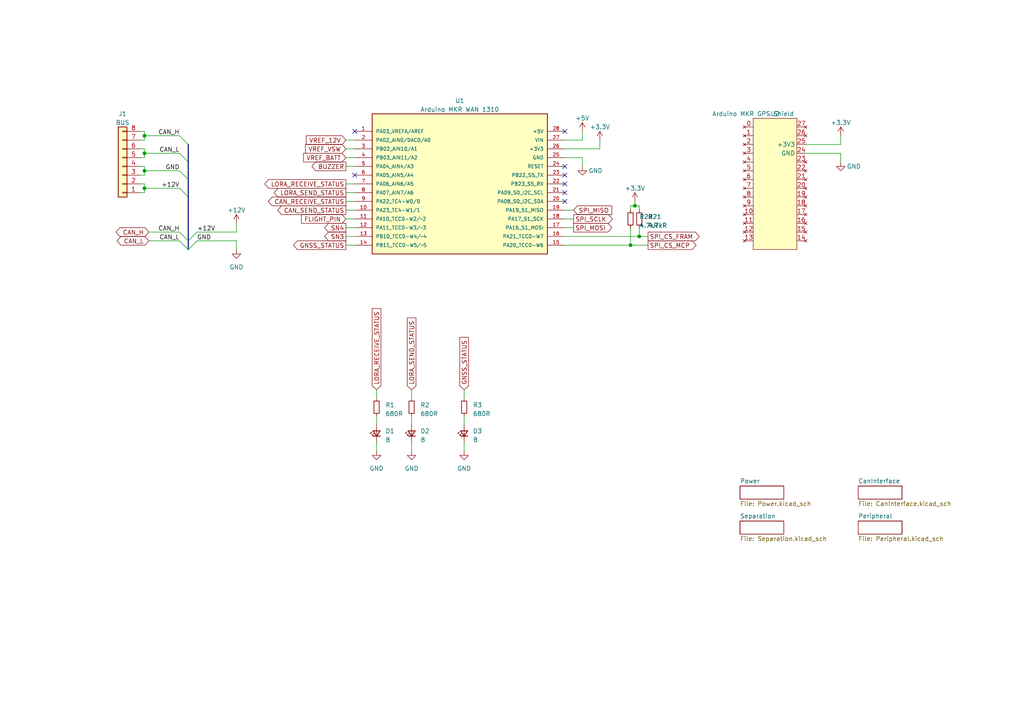
<source format=kicad_sch>
(kicad_sch (version 20250114) (generator "eeschema") (generator_version "9.0")
  (paper "A4")
  (lib_symbols
    (symbol "ABX00012:ABX00012" (pin_names (offset 1.016))
      (property "Reference" "U" (at -25.4 21.082 0))
      (property "Value" "ABX00012" (at -25.4 -22.86 0))
      (symbol "ABX00012_0_0"
        (rectangle (start -25.4 -20.32) (end 25.4 20.32) (stroke (width 0.254)) (fill (type background)))
        (pin bidirectional line (at -30.48 15.24 0) (length 5.08) (name "PA03_VREFA/AREF") (number "1"))
        (pin bidirectional line (at -30.48 12.7 0) (length 5.08) (name "PA02_AIN0/DAC0/A0") (number "2"))
        (pin bidirectional line (at -30.48 10.16 0) (length 5.08) (name "PB02_AIN10/A1") (number "3"))
        (pin bidirectional line (at -30.48 7.62 0) (length 5.08) (name "PB03_AIN11/A2") (number "4"))
        (pin bidirectional line (at -30.48 5.08 0) (length 5.08) (name "PA04_AIN4/A3") (number "5"))
        (pin bidirectional line (at -30.48 2.54 0) (length 5.08) (name "PA05_AIN5/A4") (number "6"))
        (pin bidirectional line (at -30.48 0 0) (length 5.08) (name "PA06_AIN6/A5") (number "7"))
        (pin bidirectional line (at -30.48 -2.54 0) (length 5.08) (name "PA07_AIN7/A6") (number "8"))
        (pin bidirectional line (at -30.48 -5.08 0) (length 5.08) (name "PA22_TC4-W0/0") (number "9"))
        (pin bidirectional line (at -30.48 -7.62 0) (length 5.08) (name "PA23_TC4-W1/1") (number "10"))
        (pin bidirectional line (at -30.48 -10.16 0) (length 5.08) (name "PA10_TCC0-W2/~2") (number "11"))
        (pin bidirectional line (at -30.48 -12.7 0) (length 5.08) (name "PA11_TCC0-W3/~3") (number "12"))
        (pin bidirectional line (at -30.48 -15.24 0) (length 5.08) (name "PB10_TCC0-W4/~4") (number "13"))
        (pin bidirectional line (at -30.48 -17.78 0) (length 5.08) (name "PB11_TCC0-W5/~5") (number "14"))
        (pin power_in line (at 30.48 15.24 180) (length 5.08) (name "+5V") (number "28"))
        (pin power_in line (at 30.48 12.7 180) (length 5.08) (name "VIN") (number "27"))
        (pin power_in line (at 30.48 10.16 180) (length 5.08) (name "+3V3") (number "26"))
        (pin power_in line (at 30.48 7.62 180) (length 5.08) (name "GND") (number "25"))
        (pin input line (at 30.48 5.08 180) (length 5.08) (name "RESET") (number "24"))
        (pin bidirectional line (at 30.48 2.54 180) (length 5.08) (name "PB22_S5_TX") (number "23"))
        (pin bidirectional line (at 30.48 0 180) (length 5.08) (name "PB23_S5_RX") (number "22"))
        (pin bidirectional line (at 30.48 -2.54 180) (length 5.08) (name "PA09_S0_I2C_SCL") (number "21"))
        (pin bidirectional line (at 30.48 -5.08 180) (length 5.08) (name "PA08_S0_I2C_SDA") (number "20"))
        (pin bidirectional line (at 30.48 -7.62 180) (length 5.08) (name "PA19_S1_MISO") (number "19"))
        (pin bidirectional line (at 30.48 -10.16 180) (length 5.08) (name "PA17_S1_SCK") (number "18"))
        (pin bidirectional line (at 30.48 -12.7 180) (length 5.08) (name "PA16_S1_MOSI") (number "17"))
        (pin bidirectional line (at 30.48 -15.24 180) (length 5.08) (name "PA21_TCC0-W7") (number "16"))
        (pin bidirectional line (at 30.48 -17.78 180) (length 5.08) (name "PA20_TCC0-W6") (number "15"))
      )
    )
    (symbol "ArduinoMkrGpsShield:Arduino_MKR_GPS_Shield"
      (property "Reference" "U5" (at 6.35 1.27 0))
      (property "Value" "~" (at 0 1.27 0))
      (symbol "Arduino_MKR_GPS_Shield_1_0"
        (pin power_in line (at 15.24 -7.62 180) (length 2.54) (name "+3V3") (number "25"))
      )
      (symbol "Arduino_MKR_GPS_Shield_1_1"
        (rectangle (start 0 0) (end 12.7 -38.1) (fill (type background)))
        (pin no_connect line (at -2.54 -2.54 0) (length 2.54) (name "") (number "0"))
        (pin no_connect line (at -2.54 -5.08 0) (length 2.54) (name "") (number "1"))
        (pin no_connect line (at -2.54 -7.62 0) (length 2.54) (name "") (number "2"))
        (pin no_connect line (at -2.54 -10.16 0) (length 2.54) (name "") (number "3"))
        (pin no_connect line (at -2.54 -12.7 0) (length 2.54) (name "") (number "4"))
        (pin no_connect line (at -2.54 -15.24 0) (length 2.54) (name "") (number "5"))
        (pin no_connect line (at -2.54 -17.78 0) (length 2.54) (name "") (number "6"))
        (pin no_connect line (at -2.54 -20.32 0) (length 2.54) (name "") (number "7"))
        (pin no_connect line (at -2.54 -22.86 0) (length 2.54) (name "") (number "8"))
        (pin no_connect line (at -2.54 -25.4 0) (length 2.54) (name "") (number "9"))
        (pin no_connect line (at -2.54 -27.94 0) (length 2.54) (name "") (number "10"))
        (pin no_connect line (at -2.54 -30.48 0) (length 2.54) (name "") (number "11"))
        (pin no_connect line (at -2.54 -33.02 0) (length 2.54) (name "") (number "12"))
        (pin no_connect line (at -2.54 -35.56 0) (length 2.54) (name "") (number "13"))
        (pin no_connect line (at 15.24 -2.54 180) (length 2.54) (name "") (number "27"))
        (pin no_connect line (at 15.24 -5.08 180) (length 2.54) (name "") (number "26"))
        (pin power_in line (at 15.24 -10.16 180) (length 2.54) (name "GND") (number "24"))
        (pin no_connect line (at 15.24 -12.7 180) (length 2.54) (name "") (number "23"))
        (pin no_connect line (at 15.24 -15.24 180) (length 2.54) (name "") (number "22"))
        (pin no_connect line (at 15.24 -17.78 180) (length 2.54) (name "") (number "21"))
        (pin no_connect line (at 15.24 -20.32 180) (length 2.54) (name "") (number "20"))
        (pin no_connect line (at 15.24 -22.86 180) (length 2.54) (name "") (number "19"))
        (pin no_connect line (at 15.24 -25.4 180) (length 2.54) (name "") (number "18"))
        (pin no_connect line (at 15.24 -27.94 180) (length 2.54) (name "") (number "17"))
        (pin no_connect line (at 15.24 -30.48 180) (length 2.54) (name "") (number "16"))
        (pin no_connect line (at 15.24 -33.02 180) (length 2.54) (name "") (number "15"))
        (pin no_connect line (at 15.24 -35.56 180) (length 2.54) (name "") (number "14"))
      )
    )
    (symbol "Connector_Generic:Conn_01x08" (pin_names (offset 1.016) (hide yes))
      (property "Reference" "J" (at 0 10.16 0))
      (property "Value" "Conn_01x08" (at 0 -12.7 0))
      (symbol "Conn_01x08_1_1"
        (rectangle (start -1.27 8.89) (end 1.27 -11.43) (stroke (width 0.254)) (fill (type background)))
        (rectangle (start -1.27 7.747) (end 0 7.493) (stroke (width 0.1524)))
        (rectangle (start -1.27 5.207) (end 0 4.953) (stroke (width 0.1524)))
        (rectangle (start -1.27 2.667) (end 0 2.413) (stroke (width 0.1524)))
        (rectangle (start -1.27 0.127) (end 0 -0.127) (stroke (width 0.1524)))
        (rectangle (start -1.27 -2.413) (end 0 -2.667) (stroke (width 0.1524)))
        (rectangle (start -1.27 -4.953) (end 0 -5.207) (stroke (width 0.1524)))
        (rectangle (start -1.27 -7.493) (end 0 -7.747) (stroke (width 0.1524)))
        (rectangle (start -1.27 -10.033) (end 0 -10.287) (stroke (width 0.1524)))
        (pin passive line (at -5.08 7.62 0) (length 3.81) (name "Pin_1") (number "1"))
        (pin passive line (at -5.08 5.08 0) (length 3.81) (name "Pin_2") (number "2"))
        (pin passive line (at -5.08 2.54 0) (length 3.81) (name "Pin_3") (number "3"))
        (pin passive line (at -5.08 0 0) (length 3.81) (name "Pin_4") (number "4"))
        (pin passive line (at -5.08 -2.54 0) (length 3.81) (name "Pin_5") (number "5"))
        (pin passive line (at -5.08 -5.08 0) (length 3.81) (name "Pin_6") (number "6"))
        (pin passive line (at -5.08 -7.62 0) (length 3.81) (name "Pin_7") (number "7"))
        (pin passive line (at -5.08 -10.16 0) (length 3.81) (name "Pin_8") (number "8"))
      )
    )
    (symbol "Device:LED_Small" (pin_numbers (hide yes)) (pin_names (offset 0.254) (hide yes))
      (property "Reference" "D" (at -1.27 3.175 0))
      (property "Value" "LED_Small" (at -4.445 -2.54 0))
      (symbol "LED_Small_0_1"
        (polyline (pts (xy -0.762 -1.016) (xy -0.762 1.016)) (stroke (width 0.254)))
        (polyline (pts (xy 0 0.762) (xy -0.508 1.27) (xy -0.254 1.27) (xy -0.508 1.27) (xy -0.508 1.016)))
        (polyline (pts (xy 0.508 1.27) (xy 0 1.778) (xy 0.254 1.778) (xy 0 1.778) (xy 0 1.524)))
        (polyline (pts (xy 0.762 -1.016) (xy -0.762 0) (xy 0.762 1.016) (xy 0.762 -1.016)) (stroke (width 0.254)))
        (polyline (pts (xy 1.016 0) (xy -0.762 0)))
      )
      (symbol "LED_Small_1_1"
        (pin passive line (at -2.54 0 0) (length 1.778) (name "K") (number "1"))
        (pin passive line (at 2.54 0 180) (length 1.778) (name "A") (number "2"))
      )
    )
    (symbol "Device:R_Small" (pin_numbers (hide yes)) (pin_names (offset 0.254) (hide yes))
      (property "Reference" "R" (at 0.762 0.508 0))
      (property "Value" "R_Small" (at 0.762 -1.016 0))
      (symbol "R_Small_0_1"
        (rectangle (start -0.762 1.778) (end 0.762 -1.778) (stroke (width 0.2032)))
      )
      (symbol "R_Small_1_1"
        (pin passive line (at 0 2.54 270) (length 0.762) (name "~") (number "1"))
        (pin passive line (at 0 -2.54 90) (length 0.762) (name "~") (number "2"))
      )
    )
    (symbol "power:+12V" (power) (pin_names (offset 0))
      (property "Value" "+12V" (at 0 3.556 0))
      (symbol "+12V_0_1"
        (polyline (pts (xy -0.762 1.27) (xy 0 2.54)))
        (polyline (pts (xy 0 2.54) (xy 0.762 1.27)))
        (polyline (pts (xy 0 0) (xy 0 2.54)))
      )
      (symbol "+12V_1_1"
        (pin power_in line (at 0 0 90) (length 0) (hide yes) (name "+12V") (number "1"))
      )
    )
    (symbol "power:+3.3V" (power) (pin_names (offset 0))
      (property "Value" "+3.3V" (at 0 3.556 0))
      (symbol "+3.3V_0_1"
        (polyline (pts (xy -0.762 1.27) (xy 0 2.54)))
        (polyline (pts (xy 0 2.54) (xy 0.762 1.27)))
        (polyline (pts (xy 0 0) (xy 0 2.54)))
      )
      (symbol "+3.3V_1_1"
        (pin power_in line (at 0 0 90) (length 0) (hide yes) (name "+3.3V") (number "1"))
      )
    )
    (symbol "power:+5V" (power) (pin_names (offset 0))
      (property "Value" "+5V" (at 0 3.556 0))
      (symbol "+5V_0_1"
        (polyline (pts (xy -0.762 1.27) (xy 0 2.54)))
        (polyline (pts (xy 0 2.54) (xy 0.762 1.27)))
        (polyline (pts (xy 0 0) (xy 0 2.54)))
      )
      (symbol "+5V_1_1"
        (pin power_in line (at 0 0 90) (length 0) (hide yes) (name "+5V") (number "1"))
      )
    )
    (symbol "power:GND" (power) (pin_names (offset 0))
      (property "Value" "GND" (at 0 -3.81 0))
      (symbol "GND_0_1"
        (polyline (pts (xy 0 0) (xy 0 -1.27) (xy 1.27 -1.27) (xy 0 -2.54) (xy -1.27 -1.27) (xy 0 -1.27)))
      )
      (symbol "GND_1_1"
        (pin power_in line (at 0 0 270) (length 0) (hide yes) (name "GND") (number "1"))
      )
    )
  )
  (junction (at 185.42 68.58))
  (junction (at 41.91 49.53))
  (junction (at 41.91 39.37))
  (junction (at 41.91 54.61))
  (junction (at 182.88 71.12))
  (junction (at 184.15 59.69))
  (junction (at 41.91 44.45))
  (no_connect (at 163.83 55.88))
  (no_connect (at 163.83 58.42))
  (no_connect (at 163.83 50.8))
  (no_connect (at 102.87 50.8))
  (no_connect (at 102.87 38.1))
  (no_connect (at 163.83 48.26))
  (no_connect (at 163.83 53.34))
  (no_connect (at 163.83 38.1))
  (bus_entry (at 54.61 69.85) (size 2.54 -2.54))
  (bus_entry (at 54.61 72.39) (size 2.54 -2.54))
  (bus_entry (at 52.07 39.37) (size 2.54 2.54))
  (bus_entry (at 54.61 72.39) (size -2.54 -2.54))
  (bus_entry (at 52.07 49.53) (size 2.54 2.54))
  (bus_entry (at 54.61 69.85) (size -2.54 -2.54))
  (bus_entry (at 52.07 54.61) (size 2.54 2.54))
  (bus_entry (at 52.07 44.45) (size 2.54 2.54))
  (wire (pts (xy 40.64 48.26) (xy 41.91 48.26)))
  (wire (pts (xy 185.42 59.69) (xy 184.15 59.69)))
  (wire (pts (xy 100.33 43.18) (xy 102.87 43.18)))
  (wire (pts (xy 40.64 38.1) (xy 41.91 38.1)))
  (wire (pts (xy 40.64 40.64) (xy 41.91 40.64)))
  (wire (pts (xy 100.33 60.96) (xy 102.87 60.96)))
  (wire (pts (xy 100.33 71.12) (xy 102.87 71.12)))
  (wire (pts (xy 68.58 69.85) (xy 57.15 69.85)))
  (wire (pts (xy 41.91 48.26) (xy 41.91 49.53)))
  (wire (pts (xy 134.62 128.27) (xy 134.62 130.81)))
  (wire (pts (xy 184.15 59.69) (xy 182.88 59.69)))
  (bus (pts (xy 54.61 57.15) (xy 54.61 69.85)))
  (wire (pts (xy 163.83 60.96) (xy 166.37 60.96)))
  (wire (pts (xy 100.33 68.58) (xy 102.87 68.58)))
  (wire (pts (xy 40.64 53.34) (xy 41.91 53.34)))
  (wire (pts (xy 100.33 53.34) (xy 102.87 53.34)))
  (wire (pts (xy 41.91 49.53) (xy 52.07 49.53)))
  (bus (pts (xy 54.61 69.85) (xy 54.61 72.39)))
  (wire (pts (xy 52.07 67.31) (xy 43.18 67.31)))
  (wire (pts (xy 163.83 68.58) (xy 185.42 68.58)))
  (wire (pts (xy 41.91 45.72) (xy 41.91 44.45)))
  (wire (pts (xy 163.83 63.5) (xy 166.37 63.5)))
  (wire (pts (xy 109.22 113.03) (xy 109.22 115.57)))
  (wire (pts (xy 134.62 113.03) (xy 134.62 115.57)))
  (wire (pts (xy 40.64 43.18) (xy 41.91 43.18)))
  (wire (pts (xy 41.91 50.8) (xy 40.64 50.8)))
  (wire (pts (xy 119.38 120.65) (xy 119.38 123.19)))
  (wire (pts (xy 41.91 54.61) (xy 52.07 54.61)))
  (wire (pts (xy 100.33 48.26) (xy 102.87 48.26)))
  (wire (pts (xy 185.42 68.58) (xy 187.96 68.58)))
  (wire (pts (xy 68.58 72.39) (xy 68.58 69.85)))
  (wire (pts (xy 41.91 39.37) (xy 41.91 38.1)))
  (wire (pts (xy 163.83 71.12) (xy 182.88 71.12)))
  (wire (pts (xy 100.33 63.5) (xy 102.87 63.5)))
  (wire (pts (xy 100.33 66.04) (xy 102.87 66.04)))
  (wire (pts (xy 168.91 40.64) (xy 163.83 40.64)))
  (wire (pts (xy 233.68 41.91) (xy 243.84 41.91)))
  (wire (pts (xy 100.33 40.64) (xy 102.87 40.64)))
  (wire (pts (xy 185.42 60.96) (xy 185.42 59.69)))
  (wire (pts (xy 109.22 128.27) (xy 109.22 130.81)))
  (wire (pts (xy 134.62 120.65) (xy 134.62 123.19)))
  (wire (pts (xy 168.91 45.72) (xy 168.91 48.26)))
  (bus (pts (xy 54.61 41.91) (xy 54.61 46.99)))
  (wire (pts (xy 185.42 66.04) (xy 185.42 68.58)))
  (wire (pts (xy 182.88 59.69) (xy 182.88 60.96)))
  (wire (pts (xy 100.33 58.42) (xy 102.87 58.42)))
  (wire (pts (xy 119.38 128.27) (xy 119.38 130.81)))
  (wire (pts (xy 41.91 49.53) (xy 41.91 50.8)))
  (wire (pts (xy 243.84 44.45) (xy 243.84 46.99)))
  (wire (pts (xy 68.58 67.31) (xy 57.15 67.31)))
  (wire (pts (xy 233.68 44.45) (xy 243.84 44.45)))
  (wire (pts (xy 41.91 39.37) (xy 52.07 39.37)))
  (wire (pts (xy 182.88 71.12) (xy 187.96 71.12)))
  (wire (pts (xy 100.33 55.88) (xy 102.87 55.88)))
  (wire (pts (xy 173.99 40.64) (xy 173.99 43.18)))
  (wire (pts (xy 163.83 45.72) (xy 168.91 45.72)))
  (wire (pts (xy 184.15 58.42) (xy 184.15 59.69)))
  (wire (pts (xy 41.91 53.34) (xy 41.91 54.61)))
  (wire (pts (xy 41.91 44.45) (xy 52.07 44.45)))
  (wire (pts (xy 40.64 55.88) (xy 41.91 55.88)))
  (wire (pts (xy 109.22 120.65) (xy 109.22 123.19)))
  (wire (pts (xy 119.38 113.03) (xy 119.38 115.57)))
  (wire (pts (xy 41.91 44.45) (xy 41.91 43.18)))
  (wire (pts (xy 243.84 39.37) (xy 243.84 41.91)))
  (bus (pts (xy 54.61 52.07) (xy 54.61 57.15)))
  (wire (pts (xy 41.91 55.88) (xy 41.91 54.61)))
  (wire (pts (xy 163.83 43.18) (xy 173.99 43.18)))
  (bus (pts (xy 54.61 46.99) (xy 54.61 52.07)))
  (wire (pts (xy 163.83 66.04) (xy 166.37 66.04)))
  (wire (pts (xy 52.07 69.85) (xy 43.18 69.85)))
  (wire (pts (xy 41.91 39.37) (xy 41.91 40.64)))
  (wire (pts (xy 100.33 45.72) (xy 102.87 45.72)))
  (wire (pts (xy 40.64 45.72) (xy 41.91 45.72)))
  (wire (pts (xy 168.91 38.1) (xy 168.91 40.64)))
  (wire (pts (xy 68.58 64.77) (xy 68.58 67.31)))
  (wire (pts (xy 182.88 66.04) (xy 182.88 71.12)))
  (label "+12V" (at 57.15 67.31 0))
  (label "+12V" (at 52.07 54.61 180))
  (label "CAN_H" (at 52.07 67.31 180))
  (label "GND" (at 57.15 69.85 0))
  (label "GND" (at 52.07 49.53 180))
  (label "CAN_H" (at 52.07 39.37 180))
  (label "CAN_L" (at 52.07 69.85 180))
  (label "CAN_L" (at 52.07 44.45 180))
  (global_label "LORA_RECEIVE_STATUS" (shape input) (at 109.22 113.03 90) (property "Intersheetrefs" "${INTERSHEET_REFS}" (effects (hide yes))))
  (global_label "GNSS_STATUS" (shape input) (at 134.62 113.03 90) (property "Intersheetrefs" "${INTERSHEET_REFS}" (effects (hide yes))))
  (global_label "VREF_BATT" (shape input) (at 100.33 45.72 180) (property "Intersheetrefs" "${INTERSHEET_REFS}" (effects (hide yes))))
  (global_label "LORA_RECEIVE_STATUS" (shape output) (at 100.33 53.34 180) (property "Intersheetrefs" "${INTERSHEET_REFS}" (effects (hide yes))))
  (global_label "CAN_L" (shape bidirectional) (at 43.18 69.85 180) (property "Intersheetrefs" "${INTERSHEET_REFS}" (effects (hide yes))))
  (global_label "SN3" (shape output) (at 100.33 68.58 180) (property "Intersheetrefs" "${INTERSHEET_REFS}" (effects (hide yes))))
  (global_label "GNSS_STATUS" (shape output) (at 100.33 71.12 180) (property "Intersheetrefs" "${INTERSHEET_REFS}" (effects (hide yes))))
  (global_label "SN4" (shape output) (at 100.33 66.04 180) (property "Intersheetrefs" "${INTERSHEET_REFS}" (effects (hide yes))))
  (global_label "SPI_CS_MCP" (shape output) (at 187.96 71.12 0) (property "Intersheetrefs" "${INTERSHEET_REFS}" (effects (hide yes))))
  (global_label "CAN_H" (shape bidirectional) (at 43.18 67.31 180) (property "Intersheetrefs" "${INTERSHEET_REFS}" (effects (hide yes))))
  (global_label "SPI_CS_FRAM" (shape output) (at 187.96 68.58 0) (property "Intersheetrefs" "${INTERSHEET_REFS}" (effects (hide yes))))
  (global_label "CAN_SEND_STATUS" (shape output) (at 100.33 60.96 180) (property "Intersheetrefs" "${INTERSHEET_REFS}" (effects (hide yes))))
  (global_label "SPI_MOSI" (shape output) (at 166.37 66.04 0) (property "Intersheetrefs" "${INTERSHEET_REFS}" (effects (hide yes))))
  (global_label "BUZZER" (shape output) (at 100.33 48.26 180) (property "Intersheetrefs" "${INTERSHEET_REFS}" (effects (hide yes))))
  (global_label "VREF_12V" (shape input) (at 100.33 40.64 180) (property "Intersheetrefs" "${INTERSHEET_REFS}" (effects (hide yes))))
  (global_label "FLIGHT_PIN" (shape input) (at 100.33 63.5 180) (property "Intersheetrefs" "${INTERSHEET_REFS}" (effects (hide yes))))
  (global_label "VREF_VSW" (shape input) (at 100.33 43.18 180) (property "Intersheetrefs" "${INTERSHEET_REFS}" (effects (hide yes))))
  (global_label "SPI_MISO" (shape input) (at 166.37 60.96 0) (property "Intersheetrefs" "${INTERSHEET_REFS}" (effects (hide yes))))
  (global_label "LORA_SEND_STATUS" (shape output) (at 100.33 55.88 180) (property "Intersheetrefs" "${INTERSHEET_REFS}" (effects (hide yes))))
  (global_label "LORA_SEND_STATUS" (shape input) (at 119.38 113.03 90) (property "Intersheetrefs" "${INTERSHEET_REFS}" (effects (hide yes))))
  (global_label "CAN_RECEIVE_STATUS" (shape output) (at 100.33 58.42 180) (property "Intersheetrefs" "${INTERSHEET_REFS}" (effects (hide yes))))
  (global_label "SPI_SCLK" (shape output) (at 166.37 63.5 0) (property "Intersheetrefs" "${INTERSHEET_REFS}" (effects (hide yes))))
  (symbol (lib_id "Device:LED_Small") (at 134.62 125.73 90) (unit 1)
    (property "Reference" "D3" (at 137.16 125.0315 90) (effects (justify right)))
    (property "Value" "B" (at 137.16 127.5715 90) (effects (justify right)))
    (property "Footprint" "LED_SMD:LED_0603_1608Metric_Pad1.05x0.95mm_HandSolder" (effects (hide yes)))
    (property "Datasheet" "https://akizukidenshi.com/catalog/g/gI-03982/" (effects (hide yes)))
  )
  (symbol (lib_id "ABX00012:ABX00012") (at 133.35 53.34 0) (unit 1)
    (property "Reference" "U1" (at 133.35 29.21 0))
    (property "Value" "Arduino MKR WAN 1310" (at 133.35 31.75 0))
    (property "Footprint" "ABX00012:ARDUINO_ABX00012" (effects (hide yes)))
    (property "Datasheet" "https://docs.arduino.cc/hardware/mkr-wan-1310" (effects (hide yes)))
    (property "STANDARD" "Manufacturer Recommendations" (effects (hide yes)))
    (property "PARTREV" "5" (effects (hide yes)))
    (property "MANUFACTURER" "Arduino" (effects (hide yes)))
  )
  (symbol (lib_id "ArduinoMkrGpsShield:Arduino_MKR_GPS_Shield") (at 218.44 34.29 0) (unit 1)
    (property "Reference" "U2" (at 224.79 33.02 0))
    (property "Value" "Arduino MKR GPS Shield" (at 218.44 33.02 0))
    (property "Footprint" "ArduinoMkrGpsShield:Arduino MKR GPS Shield" (effects (hide yes)))
    (property "Datasheet" "https://docs.arduino.cc/hardware/mkr-gps-shield" (effects (hide yes)))
  )
  (symbol (lib_id "power:+12V") (at 68.58 64.77 0) (mirror y) (unit 1)
    (property "Reference" "#PWR01" (effects (hide yes)))
    (property "Value" "+12V" (at 68.58 60.96 0))
  )
  (symbol (lib_id "Device:R_Small") (at 109.22 118.11 0) (unit 1)
    (property "Reference" "R1" (at 111.76 117.475 0) (effects (justify left)))
    (property "Value" "680R" (at 111.76 120.015 0) (effects (justify left)))
    (property "Footprint" "Resistor_SMD:R_0603_1608Metric_Pad0.98x0.95mm_HandSolder" (effects (hide yes)))
    (property "Datasheet" "https://www.chip1stop.com/view/dispDetail/DispDetail?partId=ROHM-0040175" (effects (hide yes)))
  )
  (symbol (lib_id "power:GND") (at 119.38 130.81 0) (unit 1)
    (property "Reference" "#PWR04" (effects (hide yes)))
    (property "Value" "GND" (at 119.38 135.89 0))
  )
  (symbol (lib_id "power:+3.3V") (at 184.15 58.42 0) (unit 1)
    (property "Reference" "#PWR036" (effects (hide yes)))
    (property "Value" "+3.3V" (at 184.15 54.61 0))
  )
  (symbol (lib_id "power:+3.3V") (at 243.84 39.37 0) (unit 1)
    (property "Reference" "#PWR09" (effects (hide yes)))
    (property "Value" "+3.3V" (at 243.84 35.56 0))
  )
  (symbol (lib_id "power:GND") (at 134.62 130.81 0) (unit 1)
    (property "Reference" "#PWR05" (effects (hide yes)))
    (property "Value" "GND" (at 134.62 135.89 0))
  )
  (symbol (lib_id "Device:R_Small") (at 119.38 118.11 0) (unit 1)
    (property "Reference" "R2" (at 121.92 117.475 0) (effects (justify left)))
    (property "Value" "680R" (at 121.92 120.015 0) (effects (justify left)))
    (property "Footprint" "Resistor_SMD:R_0603_1608Metric_Pad0.98x0.95mm_HandSolder" (effects (hide yes)))
    (property "Datasheet" "https://www.chip1stop.com/view/dispDetail/DispDetail?partId=ROHM-0040175" (effects (hide yes)))
  )
  (symbol (lib_id "power:GND") (at 109.22 130.81 0) (unit 1)
    (property "Reference" "#PWR03" (effects (hide yes)))
    (property "Value" "GND" (at 109.22 135.89 0))
  )
  (symbol (lib_id "Device:LED_Small") (at 119.38 125.73 90) (unit 1)
    (property "Reference" "D2" (at 121.92 125.0315 90) (effects (justify right)))
    (property "Value" "B" (at 121.92 127.5715 90) (effects (justify right)))
    (property "Footprint" "LED_SMD:LED_0603_1608Metric_Pad1.05x0.95mm_HandSolder" (effects (hide yes)))
    (property "Datasheet" "https://akizukidenshi.com/catalog/g/gI-03982/" (effects (hide yes)))
  )
  (symbol (lib_id "power:GND") (at 168.91 48.26 0) (unit 1)
    (property "Reference" "#PWR07" (effects (hide yes)))
    (property "Value" "GND" (at 172.72 49.53 0))
  )
  (symbol (lib_id "power:GND") (at 243.84 46.99 0) (unit 1)
    (property "Reference" "#PWR010" (effects (hide yes)))
    (property "Value" "GND" (at 247.65 48.26 0))
  )
  (symbol (lib_id "power:+3.3V") (at 173.99 40.64 0) (unit 1)
    (property "Reference" "#PWR08" (effects (hide yes)))
    (property "Value" "+3.3V" (at 173.99 36.83 0))
  )
  (symbol (lib_id "Device:R_Small") (at 182.88 63.5 180) (unit 1)
    (property "Reference" "R28" (at 185.42 62.865 0) (effects (justify right)))
    (property "Value" "4.7kR" (at 185.42 65.405 0) (effects (justify right)))
    (property "Footprint" "Resistor_SMD:R_0603_1608Metric_Pad0.98x0.95mm_HandSolder" (effects (hide yes)))
    (property "Datasheet" "https://www.chip1stop.com/view/dispDetail/DispDetail?partId=ROHM-0040161" (effects (hide yes)))
  )
  (symbol (lib_id "Device:LED_Small") (at 109.22 125.73 90) (unit 1)
    (property "Reference" "D1" (at 111.76 125.0315 90) (effects (justify right)))
    (property "Value" "B" (at 111.76 127.5715 90) (effects (justify right)))
    (property "Footprint" "LED_SMD:LED_0603_1608Metric_Pad1.05x0.95mm_HandSolder" (effects (hide yes)))
    (property "Datasheet" "https://akizukidenshi.com/catalog/g/gI-03982/" (effects (hide yes)))
  )
  (symbol (lib_id "Connector_Generic:Conn_01x08") (at 35.56 48.26 180) (unit 1)
    (property "Reference" "J1" (at 35.56 33.02 0))
    (property "Value" "BUS" (at 35.56 35.56 0))
    (property "Footprint" "Hirose_Connector:Hirose_DF11B-8DP-2DS" (effects (hide yes)))
    (property "Datasheet" "https://www.hirose.com/ja/product/p/CL0543-0535-7-24" (effects (hide yes)))
  )
  (symbol (lib_id "Device:R_Small") (at 185.42 63.5 180) (unit 1)
    (property "Reference" "R21" (at 187.96 62.865 0) (effects (justify right)))
    (property "Value" "4.7kR" (at 187.96 65.405 0) (effects (justify right)))
    (property "Footprint" "Resistor_SMD:R_0603_1608Metric_Pad0.98x0.95mm_HandSolder" (effects (hide yes)))
    (property "Datasheet" "https://www.chip1stop.com/view/dispDetail/DispDetail?partId=ROHM-0040161" (effects (hide yes)))
  )
  (symbol (lib_id "power:+5V") (at 168.91 38.1 0) (unit 1)
    (property "Reference" "#PWR06" (effects (hide yes)))
    (property "Value" "+5V" (at 168.91 34.29 0))
  )
  (symbol (lib_id "Device:R_Small") (at 134.62 118.11 0) (unit 1)
    (property "Reference" "R3" (at 137.16 117.475 0) (effects (justify left)))
    (property "Value" "680R" (at 137.16 120.015 0) (effects (justify left)))
    (property "Footprint" "Resistor_SMD:R_0603_1608Metric_Pad0.98x0.95mm_HandSolder" (effects (hide yes)))
    (property "Datasheet" "https://www.chip1stop.com/view/dispDetail/DispDetail?partId=ROHM-0040175" (effects (hide yes)))
  )
  (symbol (lib_id "power:GND") (at 68.58 72.39 0) (mirror y) (unit 1)
    (property "Reference" "#PWR02" (effects (hide yes)))
    (property "Value" "GND" (at 68.58 77.47 0))
  )
  (sheet (at 248.92 140.97) (size 12.7 3.81) (stroke (width 0.1524))
    (property "Sheetname" "CanInterface" (at 248.92 140.2584 0) (effects (justify left bottom)))
    (property "Sheetfile" "CanInterface.kicad_sch" (at 248.92 145.3646 0) (effects (justify left top)))
  )
  (sheet (at 214.63 151.13) (size 12.7 3.81) (stroke (width 0.1524))
    (property "Sheetname" "Separation" (at 214.63 150.4184 0) (effects (justify left bottom)))
    (property "Sheetfile" "Separation.kicad_sch" (at 214.63 155.5246 0) (effects (justify left top)))
  )
  (sheet (at 214.63 140.97) (size 12.7 3.81) (stroke (width 0.1524))
    (property "Sheetname" "Power" (at 214.63 140.2584 0) (effects (justify left bottom)))
    (property "Sheetfile" "Power.kicad_sch" (at 214.63 145.3646 0) (effects (justify left top)))
  )
  (sheet (at 248.92 151.13) (size 12.7 3.81) (stroke (width 0.1524))
    (property "Sheetname" "Peripheral" (at 248.92 150.4184 0) (effects (justify left bottom)))
    (property "Sheetfile" "Peripheral.kicad_sch" (at 248.92 155.5246 0) (effects (justify left top)))
  )
)
</source>
